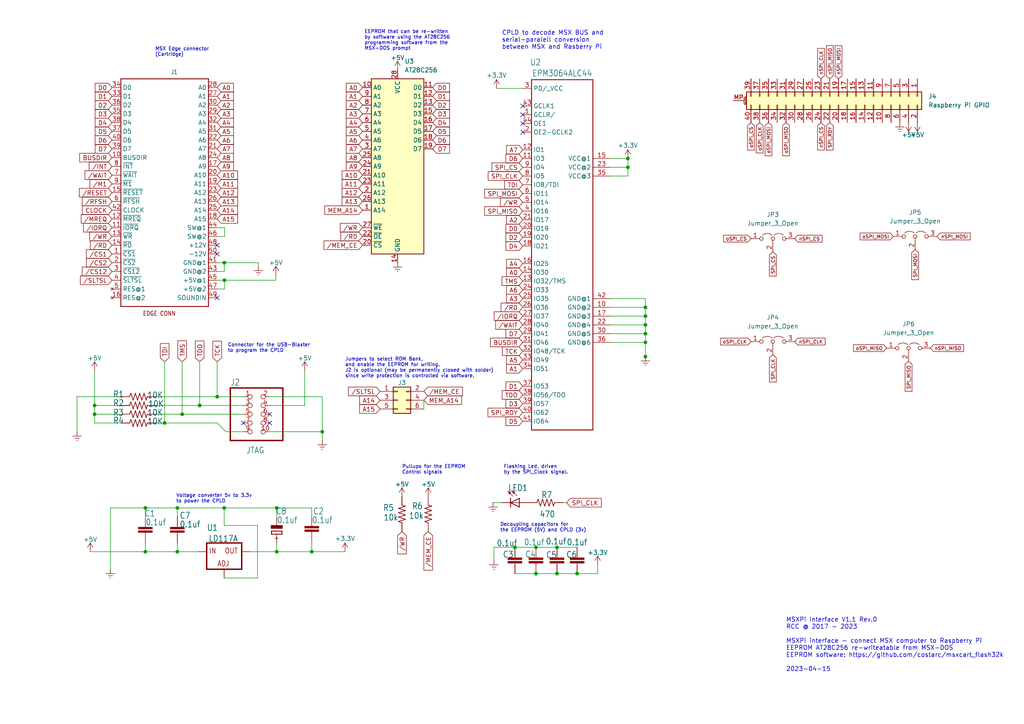
<source format=kicad_sch>
(kicad_sch (version 20211123) (generator eeschema)
  (paper "A4")
  (title_block (title "MSXPi") (date "2023-02-26") (rev "1.0.1") (company "RCC") (comment 1 "Interface to connect MSX computers to Raspberry Pi"))
  (lib_symbols
    (symbol "Connector_Generic:Conn_02x03_Odd_Even" (pin_names (offset 1.016) hide)
      (property "Reference" "J" (at 1.27 5.08 0))
      (property "Value" "Conn_02x03_Odd_Even" (at 1.27 -5.08 0))
      (symbol "Conn_02x03_Odd_Even_1_1"
        (pin passive line (at -5.08 2.54 0) (length 3.81) (name "Pin_1") (number "1"))
        (pin passive line (at 7.62 2.54 180) (length 3.81) (name "Pin_2") (number "2"))
        (pin passive line (at -5.08 0 0) (length 3.81) (name "Pin_3") (number "3"))
        (pin passive line (at 7.62 0 180) (length 3.81) (name "Pin_4") (number "4"))
        (pin passive line (at -5.08 -2.54 0) (length 3.81) (name "Pin_5") (number "5"))
        (pin passive line (at 7.62 -2.54 180) (length 3.81) (name "Pin_6") (number "6"))
      )
    )
    (symbol "Connector_Generic_MountingPin:Conn_02x20_Odd_Even_MountingPin" (pin_names (offset 1.016) hide)
      (property "Reference" "J" (at 1.27 25.4 0))
      (property "Value" "Conn_02x20_Odd_Even_MountingPin" (at 2.54 -27.94 0))
      (symbol "Conn_02x20_Odd_Even_MountingPin_1_1"
        (text "Mounting" (at 1.27 -27.051 0) (effects (font (size 0.381 0.381))))
        (pin passive line (at -5.08 22.86 0) (length 3.81) (name "Pin_1") (number "1"))
        (pin passive line (at 7.62 12.7 180) (length 3.81) (name "Pin_10") (number "10"))
        (pin passive line (at -5.08 10.16 0) (length 3.81) (name "Pin_11") (number "11"))
        (pin passive line (at 7.62 10.16 180) (length 3.81) (name "Pin_12") (number "12"))
        (pin passive line (at -5.08 7.62 0) (length 3.81) (name "Pin_13") (number "13"))
        (pin passive line (at 7.62 7.62 180) (length 3.81) (name "Pin_14") (number "14"))
        (pin passive line (at -5.08 5.08 0) (length 3.81) (name "Pin_15") (number "15"))
        (pin passive line (at 7.62 5.08 180) (length 3.81) (name "Pin_16") (number "16"))
        (pin passive line (at -5.08 2.54 0) (length 3.81) (name "Pin_17") (number "17"))
        (pin passive line (at 7.62 2.54 180) (length 3.81) (name "Pin_18") (number "18"))
        (pin passive line (at -5.08 0 0) (length 3.81) (name "Pin_19") (number "19"))
        (pin passive line (at 7.62 22.86 180) (length 3.81) (name "Pin_2") (number "2"))
        (pin passive line (at 7.62 0 180) (length 3.81) (name "Pin_20") (number "20"))
        (pin passive line (at -5.08 -2.54 0) (length 3.81) (name "Pin_21") (number "21"))
        (pin passive line (at 7.62 -2.54 180) (length 3.81) (name "Pin_22") (number "22"))
        (pin passive line (at -5.08 -5.08 0) (length 3.81) (name "Pin_23") (number "23"))
        (pin passive line (at 7.62 -5.08 180) (length 3.81) (name "Pin_24") (number "24"))
        (pin passive line (at -5.08 -7.62 0) (length 3.81) (name "Pin_25") (number "25"))
        (pin passive line (at 7.62 -7.62 180) (length 3.81) (name "Pin_26") (number "26"))
        (pin passive line (at -5.08 -10.16 0) (length 3.81) (name "Pin_27") (number "27"))
        (pin passive line (at 7.62 -10.16 180) (length 3.81) (name "Pin_28") (number "28"))
        (pin passive line (at -5.08 -12.7 0) (length 3.81) (name "Pin_29") (number "29"))
        (pin passive line (at -5.08 20.32 0) (length 3.81) (name "Pin_3") (number "3"))
        (pin passive line (at 7.62 -12.7 180) (length 3.81) (name "Pin_30") (number "30"))
        (pin passive line (at -5.08 -15.24 0) (length 3.81) (name "Pin_31") (number "31"))
        (pin passive line (at 7.62 -15.24 180) (length 3.81) (name "Pin_32") (number "32"))
        (pin passive line (at -5.08 -17.78 0) (length 3.81) (name "Pin_33") (number "33"))
        (pin passive line (at 7.62 -17.78 180) (length 3.81) (name "Pin_34") (number "34"))
        (pin passive line (at -5.08 -20.32 0) (length 3.81) (name "Pin_35") (number "35"))
        (pin passive line (at 7.62 -20.32 180) (length 3.81) (name "Pin_36") (number "36"))
        (pin passive line (at -5.08 -22.86 0) (length 3.81) (name "Pin_37") (number "37"))
        (pin passive line (at 7.62 -22.86 180) (length 3.81) (name "Pin_38") (number "38"))
        (pin passive line (at -5.08 -25.4 0) (length 3.81) (name "Pin_39") (number "39"))
        (pin passive line (at 7.62 20.32 180) (length 3.81) (name "Pin_4") (number "4"))
        (pin passive line (at 7.62 -25.4 180) (length 3.81) (name "Pin_40") (number "40"))
        (pin passive line (at -5.08 17.78 0) (length 3.81) (name "Pin_5") (number "5"))
        (pin passive line (at 7.62 17.78 180) (length 3.81) (name "Pin_6") (number "6"))
        (pin passive line (at -5.08 15.24 0) (length 3.81) (name "Pin_7") (number "7"))
        (pin passive line (at 7.62 15.24 180) (length 3.81) (name "Pin_8") (number "8"))
        (pin passive line (at -5.08 12.7 0) (length 3.81) (name "Pin_9") (number "9"))
        (pin passive line (at 1.27 -30.48 90) (length 3.048) (name "MountPin") (number "MP"))
      )
    )
    (symbol "Jumper:Jumper_3_Open" (pin_names (offset 0) hide)
      (property "Reference" "JP" (at -2.54 -2.54 0))
      (property "Value" "Jumper_3_Open" (at 0 2.794 0))
      (symbol "Jumper_3_Open_1_1"
        (pin passive line (at -6.35 0 0) (length 2.54) (name "A") (number "1"))
        (pin passive line (at 0 -3.81 90) (length 2.54) (name "C") (number "2"))
        (pin passive line (at 6.35 0 180) (length 2.54) (name "B") (number "3"))
      )
    )
    (symbol "Memory_EEPROM:28C256"
      (property "Reference" "U" (at -7.62 26.67 0))
      (property "Value" "28C256" (at 2.54 -26.67 0))
      (symbol "28C256_1_1"
        (pin input line (at -10.16 -12.7 0) (length 2.54) (name "A14") (number "1"))
        (pin input line (at -10.16 22.86 0) (length 2.54) (name "A0") (number "10"))
        (pin tri_state line (at 10.16 22.86 180) (length 2.54) (name "D0") (number "11"))
        (pin tri_state line (at 10.16 20.32 180) (length 2.54) (name "D1") (number "12"))
        (pin tri_state line (at 10.16 17.78 180) (length 2.54) (name "D2") (number "13"))
        (pin power_in line (at 0 -27.94 90) (length 2.54) (name "GND") (number "14"))
        (pin tri_state line (at 10.16 15.24 180) (length 2.54) (name "D3") (number "15"))
        (pin tri_state line (at 10.16 12.7 180) (length 2.54) (name "D4") (number "16"))
        (pin tri_state line (at 10.16 10.16 180) (length 2.54) (name "D5") (number "17"))
        (pin tri_state line (at 10.16 7.62 180) (length 2.54) (name "D6") (number "18"))
        (pin tri_state line (at 10.16 5.08 180) (length 2.54) (name "D7") (number "19"))
        (pin input line (at -10.16 -7.62 0) (length 2.54) (name "A12") (number "2"))
        (pin input line (at -10.16 -22.86 0) (length 2.54) (name "~{CS}") (number "20"))
        (pin input line (at -10.16 -2.54 0) (length 2.54) (name "A10") (number "21"))
        (pin input line (at -10.16 -20.32 0) (length 2.54) (name "~{OE}") (number "22"))
        (pin input line (at -10.16 -5.08 0) (length 2.54) (name "A11") (number "23"))
        (pin input line (at -10.16 0 0) (length 2.54) (name "A9") (number "24"))
        (pin input line (at -10.16 2.54 0) (length 2.54) (name "A8") (number "25"))
        (pin input line (at -10.16 -10.16 0) (length 2.54) (name "A13") (number "26"))
        (pin input line (at -10.16 -17.78 0) (length 2.54) (name "~{WE}") (number "27"))
        (pin power_in line (at 0 27.94 270) (length 2.54) (name "VCC") (number "28"))
        (pin input line (at -10.16 5.08 0) (length 2.54) (name "A7") (number "3"))
        (pin input line (at -10.16 7.62 0) (length 2.54) (name "A6") (number "4"))
        (pin input line (at -10.16 10.16 0) (length 2.54) (name "A5") (number "5"))
        (pin input line (at -10.16 12.7 0) (length 2.54) (name "A4") (number "6"))
        (pin input line (at -10.16 15.24 0) (length 2.54) (name "A3") (number "7"))
        (pin input line (at -10.16 17.78 0) (length 2.54) (name "A2") (number "8"))
        (pin input line (at -10.16 20.32 0) (length 2.54) (name "A1") (number "9"))
      )
    )
    (symbol "msxpi-eagle-import:C2,5-3"
      (property "Reference" "C" (at 1.524 0.381 0))
      (property "Value" "C2,5-3" (at 1.524 -4.699 0))
      (symbol "C2,5-3_1_0"
        (pin passive line (at 0 2.54 270) (length 2.54) (name "1") (number "1"))
        (pin passive line (at 0 -5.08 90) (length 2.54) (name "2") (number "2"))
      )
    )
    (symbol "msxpi-eagle-import:CPOL-EUE2.5-5"
      (property "Reference" "C" (at 1.143 0.4826 0))
      (property "Value" "CPOL-EUE2.5-5" (at 1.143 -4.5974 0))
      (symbol "CPOL-EUE2.5-5_1_0"
        (text "+" (at -0.5842 0.4064 900) (effects (font (size 1.27 1.0795)) (justify left bottom)))
        (pin passive line (at 0 2.54 270) (length 2.54) (name "+") (number "+"))
        (pin passive line (at 0 -5.08 90) (length 2.54) (name "-") (number "-"))
      )
    )
    (symbol "msxpi-eagle-import:EPM3064S44"
      (property "Reference" "IC" (at -10.16 52.07 0))
      (property "Value" "EPM3064S44" (at -10.16 -53.34 0))
      (symbol "EPM3064S44_1_0"
        (pin input line (at -12.7 40.64 0) (length 2.54) (name "GCLR/") (number "1"))
        (pin bidirectional line (at 12.7 -15.24 180) (length 5.08) (name "GND@2") (number "10"))
        (pin bidirectional line (at -12.7 27.94 0) (length 2.54) (name "IO3") (number "11"))
        (pin bidirectional line (at -12.7 30.48 0) (length 2.54) (name "IO1") (number "12"))
        (pin bidirectional line (at -12.7 -7.62 0) (length 2.54) (name "IO32/TMS") (number "13"))
        (pin bidirectional line (at -12.7 -5.08 0) (length 2.54) (name "IO30") (number "14"))
        (pin bidirectional line (at 12.7 27.94 180) (length 5.08) (name "VCC@1") (number "15"))
        (pin bidirectional line (at -12.7 -2.54 0) (length 2.54) (name "IO25") (number "16"))
        (pin bidirectional line (at 12.7 -17.78 180) (length 5.08) (name "GND@3") (number "17"))
        (pin bidirectional line (at -12.7 2.54 0) (length 2.54) (name "IO21") (number "18"))
        (pin bidirectional line (at -12.7 5.08 0) (length 2.54) (name "IO20") (number "19"))
        (pin input line (at -12.7 35.56 0) (length 2.54) (name "OE2-GCLK2") (number "2"))
        (pin bidirectional line (at -12.7 7.62 0) (length 2.54) (name "IO19") (number "20"))
        (pin bidirectional line (at -12.7 10.16 0) (length 2.54) (name "IO17") (number "21"))
        (pin bidirectional line (at 12.7 -20.32 180) (length 5.08) (name "GND@4") (number "22"))
        (pin bidirectional line (at 12.7 25.4 180) (length 5.08) (name "VCC@2") (number "23"))
        (pin bidirectional line (at -12.7 -10.16 0) (length 2.54) (name "IO33") (number "24"))
        (pin bidirectional line (at -12.7 -12.7 0) (length 2.54) (name "IO35") (number "25"))
        (pin bidirectional line (at -12.7 -15.24 0) (length 2.54) (name "IO36") (number "26"))
        (pin bidirectional line (at -12.7 -17.78 0) (length 2.54) (name "IO37") (number "27"))
        (pin bidirectional line (at -12.7 -20.32 0) (length 2.54) (name "IO40") (number "28"))
        (pin bidirectional line (at -12.7 -22.86 0) (length 2.54) (name "IO41") (number "29"))
        (pin passive line (at -12.7 48.26 0) (length 2.54) (name "PD/_VCC") (number "3"))
        (pin bidirectional line (at 12.7 -22.86 180) (length 5.08) (name "GND@5") (number "30"))
        (pin bidirectional line (at -12.7 -25.4 0) (length 2.54) (name "IO46") (number "31"))
        (pin bidirectional line (at -12.7 -27.94 0) (length 2.54) (name "IO48/TCK") (number "32"))
        (pin bidirectional line (at -12.7 -30.48 0) (length 2.54) (name "IO49") (number "33"))
        (pin bidirectional line (at -12.7 -33.02 0) (length 2.54) (name "IO51") (number "34"))
        (pin bidirectional line (at 12.7 22.86 180) (length 5.08) (name "VCC@3") (number "35"))
        (pin bidirectional line (at 12.7 -25.4 180) (length 5.08) (name "GND@6") (number "36"))
        (pin bidirectional line (at -12.7 -38.1 0) (length 2.54) (name "IO53") (number "37"))
        (pin bidirectional line (at -12.7 -40.64 0) (length 2.54) (name "IO56/TDO") (number "38"))
        (pin bidirectional line (at -12.7 -43.18 0) (length 2.54) (name "IO57") (number "39"))
        (pin bidirectional line (at -12.7 12.7 0) (length 2.54) (name "IO16") (number "4"))
        (pin bidirectional line (at -12.7 -45.72 0) (length 2.54) (name "IO62") (number "40"))
        (pin bidirectional line (at -12.7 -48.26 0) (length 2.54) (name "IO64") (number "41"))
        (pin bidirectional line (at 12.7 -12.7 180) (length 5.08) (name "GND@1") (number "42"))
        (pin input line (at -12.7 43.18 0) (length 2.54) (name "GCLK1") (number "43"))
        (pin input line (at -12.7 38.1 0) (length 2.54) (name "OE1") (number "44"))
        (pin bidirectional line (at -12.7 15.24 0) (length 2.54) (name "IO14") (number "5"))
        (pin bidirectional line (at -12.7 17.78 0) (length 2.54) (name "IO11") (number "6"))
        (pin bidirectional line (at -12.7 20.32 0) (length 2.54) (name "IO8/TDI") (number "7"))
        (pin bidirectional line (at -12.7 22.86 0) (length 2.54) (name "IO5") (number "8"))
        (pin bidirectional line (at -12.7 25.4 0) (length 2.54) (name "IO4") (number "9"))
      )
    )
    (symbol "msxpi-eagle-import:LD117A?V"
      (property "Reference" "IC" (at 2.54 -7.62 0))
      (property "Value" "LD117A?V" (at 2.54 -10.16 0))
      (symbol "LD117A?V_1_0"
        (text "ADJ" (at -2.032 -4.318 0) (effects (font (size 1.524 1.2954)) (justify left bottom)))
        (text "IN" (at -4.445 -0.635 0) (effects (font (size 1.524 1.2954)) (justify left bottom)))
        (text "OUT" (at 0.127 -0.635 0) (effects (font (size 1.524 1.2954)) (justify left bottom)))
        (pin input line (at 0 -7.62 90) (length 2.54) (name "ADJ") (number "1"))
        (pin passive line (at 7.62 0 180) (length 2.54) (name "OUT") (number "2"))
        (pin input line (at -7.62 0 0) (length 2.54) (name "IN") (number "3"))
      )
    )
    (symbol "msxpi-eagle-import:LED3MM"
      (property "Reference" "LED" (at 3.556 -4.572 90))
      (property "Value" "LED3MM" (at 5.715 -4.572 90))
      (symbol "LED3MM_1_0"
        (pin passive line (at 0 2.54 270) (length 2.54) (name "A") (number "A"))
        (pin passive line (at 0 -5.08 90) (length 2.54) (name "C") (number "K"))
      )
    )
    (symbol "msxpi-eagle-import:MSXCART1"
      (property "Reference" "JP" (at -3.81 34.29 0))
      (symbol "MSXCART1_1_0"
        (text "EDGE CONN" (at 6.35 -34.29 0) (effects (font (size 1.27 1.0795)) (justify right top)))
        (pin output line (at 15.24 -17.78 180) (length 2.54) (name "~{CS1}") (number "1"))
        (pin input line (at 15.24 10.16 180) (length 2.54) (name "BUSDIR") (number "10"))
        (pin output line (at 15.24 -10.16 180) (length 2.54) (name "~{IORQ}") (number "11"))
        (pin output line (at 15.24 -7.62 180) (length 2.54) (name "~{MREQ}") (number "12"))
        (pin output line (at 15.24 -12.7 180) (length 2.54) (name "~{WR}") (number "13"))
        (pin output line (at 15.24 -15.24 180) (length 2.54) (name "~{RD}") (number "14"))
        (pin output line (at 15.24 0 180) (length 2.54) (name "~{RESET}") (number "15"))
        (pin no_connect line (at 15.24 -30.48 180) (length 2.54) (name "RES@2") (number "16"))
        (pin output line (at -15.24 7.62 0) (length 2.54) (name "A9") (number "17"))
        (pin output line (at -15.24 -7.62 0) (length 2.54) (name "A15") (number "18"))
        (pin output line (at -15.24 2.54 0) (length 2.54) (name "A11") (number "19"))
        (pin output line (at 15.24 -20.32 180) (length 2.54) (name "~{CS2}") (number "2"))
        (pin output line (at -15.24 5.08 0) (length 2.54) (name "A10") (number "20"))
        (pin output line (at -15.24 12.7 0) (length 2.54) (name "A7") (number "21"))
        (pin output line (at -15.24 15.24 0) (length 2.54) (name "A6") (number "22"))
        (pin output line (at -15.24 0 0) (length 2.54) (name "A12") (number "23"))
        (pin output line (at -15.24 10.16 0) (length 2.54) (name "A8") (number "24"))
        (pin output line (at -15.24 -5.08 0) (length 2.54) (name "A14") (number "25"))
        (pin output line (at -15.24 -2.54 0) (length 2.54) (name "A13") (number "26"))
        (pin output line (at -15.24 27.94 0) (length 2.54) (name "A1") (number "27"))
        (pin output line (at -15.24 30.48 0) (length 2.54) (name "A0") (number "28"))
        (pin output line (at -15.24 22.86 0) (length 2.54) (name "A3") (number "29"))
        (pin output line (at 15.24 -22.86 180) (length 2.54) (name "~{CS12}") (number "3"))
        (pin output line (at -15.24 25.4 0) (length 2.54) (name "A2") (number "30"))
        (pin output line (at -15.24 17.78 0) (length 2.54) (name "A5") (number "31"))
        (pin output line (at -15.24 20.32 0) (length 2.54) (name "A4") (number "32"))
        (pin bidirectional line (at 15.24 27.94 180) (length 2.54) (name "D1") (number "33"))
        (pin bidirectional line (at 15.24 30.48 180) (length 2.54) (name "D0") (number "34"))
        (pin bidirectional line (at 15.24 22.86 180) (length 2.54) (name "D3") (number "35"))
        (pin bidirectional line (at 15.24 25.4 180) (length 2.54) (name "D2") (number "36"))
        (pin bidirectional line (at 15.24 17.78 180) (length 2.54) (name "D5") (number "37"))
        (pin bidirectional line (at 15.24 20.32 180) (length 2.54) (name "D4") (number "38"))
        (pin bidirectional line (at 15.24 12.7 180) (length 2.54) (name "D7") (number "39"))
        (pin output line (at 15.24 -25.4 180) (length 2.54) (name "~{SLTSL}") (number "4"))
        (pin bidirectional line (at 15.24 15.24 180) (length 2.54) (name "D6") (number "40"))
        (pin power_in line (at -15.24 -20.32 0) (length 2.54) (name "GND@1") (number "41"))
        (pin output line (at 15.24 -5.08 180) (length 2.54) (name "CLOCK") (number "42"))
        (pin power_in line (at -15.24 -22.86 0) (length 2.54) (name "GND@2") (number "43"))
        (pin passive line (at -15.24 -10.16 0) (length 2.54) (name "SW@1") (number "44"))
        (pin power_in line (at -15.24 -25.4 0) (length 2.54) (name "+5V@1") (number "45"))
        (pin passive line (at -15.24 -12.7 0) (length 2.54) (name "SW@2") (number "46"))
        (pin power_in line (at -15.24 -27.94 0) (length 2.54) (name "+5V@2") (number "47"))
        (pin power_in line (at -15.24 -15.24 0) (length 2.54) (name "+12V") (number "48"))
        (pin passive line (at -15.24 -30.48 0) (length 2.54) (name "SOUNDIN") (number "49"))
        (pin no_connect line (at 15.24 -27.94 180) (length 2.54) (name "RES@1") (number "5"))
        (pin power_in line (at -15.24 -17.78 0) (length 2.54) (name "-12V") (number "50"))
        (pin output line (at 15.24 -2.54 180) (length 2.54) (name "~{RFSH}") (number "6"))
        (pin open_collector line (at 15.24 5.08 180) (length 2.54) (name "~{WAIT}") (number "7"))
        (pin open_collector line (at 15.24 7.62 180) (length 2.54) (name "~{INT}") (number "8"))
        (pin output line (at 15.24 2.54 180) (length 2.54) (name "~{M1}") (number "9"))
      )
    )
    (symbol "msxpi-eagle-import:PINHD-2X5{slash}90"
      (property "Reference" "JP" (at -6.35 8.255 0))
      (property "Value" "PINHD-2X5{slash}90" (at -6.35 -10.16 0))
      (symbol "PINHD-2X5{slash}90_1_0"
        (pin passive inverted (at -2.54 5.08 0) (length 2.54) (name "1") (number "1"))
        (pin passive inverted (at 5.08 -5.08 180) (length 2.54) (name "10") (number "10"))
        (pin passive inverted (at 5.08 5.08 180) (length 2.54) (name "2") (number "2"))
        (pin passive inverted (at -2.54 2.54 0) (length 2.54) (name "3") (number "3"))
        (pin passive inverted (at 5.08 2.54 180) (length 2.54) (name "4") (number "4"))
        (pin passive inverted (at -2.54 0 0) (length 2.54) (name "5") (number "5"))
        (pin passive inverted (at 5.08 0 180) (length 2.54) (name "6") (number "6"))
        (pin passive inverted (at -2.54 -2.54 0) (length 2.54) (name "7") (number "7"))
        (pin passive inverted (at 5.08 -2.54 180) (length 2.54) (name "8") (number "8"))
        (pin passive inverted (at -2.54 -5.08 0) (length 2.54) (name "9") (number "9"))
      )
    )
    (symbol "msxpi-eagle-import:R-US_0207{slash}7"
      (property "Reference" "R" (at -3.81 1.4986 0))
      (property "Value" "R-US_0207{slash}7" (at -3.81 -3.302 0))
      (symbol "R-US_0207{slash}7_1_0"
        (pin passive line (at -5.08 0 0) (length 2.54) (name "1") (number "1"))
        (pin passive line (at 5.08 0 180) (length 2.54) (name "2") (number "2"))
      )
    )
    (symbol "power:+3.3V" (power) (pin_names (offset 0))
      (property "Value" "+3.3V" (at 0 3.556 0))
      (symbol "+3.3V_1_1"
        (pin power_in line (at 0 0 90) (length 0) hide (name "+3.3V") (number "1"))
      )
    )
    (symbol "power:+5V" (power) (pin_names (offset 0))
      (property "Value" "+5V" (at 0 3.556 0))
      (symbol "+5V_1_1"
        (pin power_in line (at 0 0 90) (length 0) hide (name "+5V") (number "1"))
      )
    )
    (symbol "power:GNDREF" (power) (pin_names (offset 0))
      (property "Value" "GNDREF" (at 0 -3.81 0))
      (symbol "GNDREF_1_1"
        (pin power_in line (at 0 0 270) (length 0) hide (name "GNDREF") (number "1"))
      )
    )
  )
  (junction (at 65.0929 81.28))
  (junction (at 65.0478 76.2))
  (junction (at 47.752 122.682))
  (junction (at 187.198 96.774))
  (junction (at 161.544 158.75))
  (junction (at 187.1979 103.4362))
  (junction (at 90.424 160.02))
  (junction (at 52.832 120.142))
  (junction (at 182.118 48.514))
  (junction (at 80.264 147.32))
  (junction (at 155.448 158.75))
  (junction (at 42.164 160.02))
  (junction (at 182.1041 45.974))
  (junction (at 187.198 89.154))
  (junction (at 155.448 166.37))
  (junction (at 187.198 91.694))
  (junction (at 93.472 125.222))
  (junction (at 27.432 117.602))
  (junction (at 51.435 147.32))
  (junction (at 27.432 120.142))
  (junction (at 149.352 158.75))
  (junction (at 167.386 166.37))
  (junction (at 62.992 115.062))
  (junction (at 57.912 117.602))
  (junction (at 161.544 166.37))
  (junction (at 187.198 94.234))
  (junction (at 80.264 160.02))
  (junction (at 42.164 147.32))
  (junction (at 65.024 147.32))
  (junction (at 51.435 160.02))
  (junction (at 187.198 99.314))
  (no_connect (at 151.638 38.354))
  (no_connect (at 151.638 35.814))
  (no_connect (at 151.638 33.274))
  (no_connect (at 151.638 30.734))
  (no_connect (at 62.992 86.36))
  (no_connect (at 62.992 73.66))
  (no_connect (at 62.992 71.12))
  (no_connect (at 78.232 120.142))
  (no_connect (at 78.232 122.682))
  (no_connect (at 70.612 122.682))
  (wire (pts (xy 65.0929 81.28) (xy 80.01 81.28)))
  (wire (pts (xy 32.004 147.32) (xy 32.004 165.1)))
  (wire (pts (xy 27.432 122.682) (xy 27.432 120.142)))
  (wire (pts (xy 74.676 167.64) (xy 65.024 167.64)))
  (wire (pts (xy 78.232 125.222) (xy 93.472 125.222)))
  (wire (pts (xy 187.198 99.314) (xy 187.198 103.4362)))
  (wire (pts (xy 80.264 149.86) (xy 80.264 147.32)))
  (wire (pts (xy 35.052 120.142) (xy 27.432 120.142)))
  (wire (pts (xy 177.038 89.154) (xy 187.198 89.154)))
  (wire (pts (xy 78.232 117.602) (xy 88.392 117.602)))
  (wire (pts (xy 62.992 122.682) (xy 47.752 122.682)))
  (wire (pts (xy 65.024 147.32) (xy 65.024 152.4)))
  (wire (pts (xy 80.264 160.02) (xy 90.424 160.02)))
  (wire (pts (xy 62.992 78.74) (xy 65.0478 78.74)))
  (wire (pts (xy 155.448 166.37) (xy 161.544 166.37)))
  (wire (pts (xy 177.038 99.314) (xy 187.198 99.314)))
  (wire (pts (xy 145.542 145.796) (xy 143.002 145.796)))
  (wire (pts (xy 42.164 149.86) (xy 42.164 147.32)))
  (wire (pts (xy 177.038 94.234) (xy 187.198 94.234)))
  (wire (pts (xy 62.992 115.062) (xy 45.212 115.062)))
  (wire (pts (xy 122.936 116.078) (xy 122.936 118.618)))
  (wire (pts (xy 52.832 120.142) (xy 52.832 104.902)))
  (wire (pts (xy 93.472 115.062) (xy 93.472 125.222)))
  (wire (pts (xy 161.544 166.37) (xy 167.386 166.37)))
  (wire (pts (xy 27.432 120.142) (xy 27.432 117.602)))
  (wire (pts (xy 42.164 157.48) (xy 42.164 160.02)))
  (wire (pts (xy 47.752 122.682) (xy 45.212 122.682)))
  (wire (pts (xy 35.052 117.602) (xy 27.432 117.602)))
  (wire (pts (xy 90.424 149.606) (xy 90.424 147.32)))
  (wire (pts (xy 80.01 81.28) (xy 80.01 79.756)))
  (wire (pts (xy 52.832 120.142) (xy 45.212 120.142)))
  (wire (pts (xy 65.0478 76.2) (xy 74.93 76.2)))
  (wire (pts (xy 93.472 125.222) (xy 93.472 127.762)))
  (wire (pts (xy 187.198 86.614) (xy 187.198 89.154)))
  (wire (pts (xy 57.912 117.602) (xy 45.212 117.602)))
  (wire (pts (xy 88.392 117.602) (xy 88.392 107.442)))
  (wire (pts (xy 22.352 115.062) (xy 22.352 125.222)))
  (wire (pts (xy 74.93 76.2) (xy 74.93 77.216)))
  (wire (pts (xy 72.644 160.02) (xy 80.264 160.02)))
  (wire (pts (xy 161.544 158.75) (xy 167.386 158.75)))
  (wire (pts (xy 35.052 122.682) (xy 27.432 122.682)))
  (wire (pts (xy 90.424 157.226) (xy 90.424 160.02)))
  (wire (pts (xy 65.0929 83.82) (xy 65.0929 81.28)))
  (wire (pts (xy 57.912 117.602) (xy 57.912 104.902)))
  (wire (pts (xy 62.992 115.062) (xy 62.992 104.902)))
  (wire (pts (xy 143.256 162.56) (xy 143.256 158.75)))
  (wire (pts (xy 90.424 160.02) (xy 100.076 160.02)))
  (wire (pts (xy 51.435 147.32) (xy 51.435 149.86)))
  (wire (pts (xy 151.638 25.654) (xy 144.018 25.654)))
  (wire (pts (xy 62.992 76.2) (xy 65.0478 76.2)))
  (wire (pts (xy 62.992 83.82) (xy 65.0929 83.82)))
  (wire (pts (xy 42.164 160.02) (xy 51.435 160.02)))
  (wire (pts (xy 70.612 120.142) (xy 52.832 120.142)))
  (wire (pts (xy 177.038 48.514) (xy 182.118 48.514)))
  (wire (pts (xy 74.676 152.4) (xy 74.676 167.64)))
  (wire (pts (xy 155.448 158.75) (xy 161.544 158.75)))
  (wire (pts (xy 65.1384 66.04) (xy 65.1384 68.58)))
  (wire (pts (xy 80.264 147.32) (xy 65.024 147.32)))
  (wire (pts (xy 167.386 166.37) (xy 173.355 166.37)))
  (wire (pts (xy 65.0478 78.74) (xy 65.0478 76.2)))
  (wire (pts (xy 70.612 125.222) (xy 65.532 125.222)))
  (wire (pts (xy 47.752 122.682) (xy 47.752 104.902)))
  (wire (pts (xy 182.1041 45.974) (xy 177.038 45.974)))
  (wire (pts (xy 62.992 66.04) (xy 65.1384 66.04)))
  (wire (pts (xy 62.992 81.28) (xy 65.0929 81.28)))
  (wire (pts (xy 80.264 157.48) (xy 80.264 160.02)))
  (wire (pts (xy 65.024 152.4) (xy 74.676 152.4)))
  (wire (pts (xy 182.118 45.974) (xy 182.1041 45.974)))
  (wire (pts (xy 163.322 145.796) (xy 164.338 145.796)))
  (wire (pts (xy 78.232 115.062) (xy 93.472 115.062)))
  (wire (pts (xy 173.355 166.37) (xy 173.355 163.83)))
  (wire (pts (xy 187.198 96.774) (xy 187.198 99.314)))
  (wire (pts (xy 26.162 160.02) (xy 42.164 160.02)))
  (wire (pts (xy 70.612 115.062) (xy 62.992 115.062)))
  (wire (pts (xy 182.118 51.054) (xy 182.118 48.514)))
  (wire (pts (xy 27.432 117.602) (xy 27.432 107.442)))
  (wire (pts (xy 177.038 96.774) (xy 187.198 96.774)))
  (wire (pts (xy 42.164 147.32) (xy 51.435 147.32)))
  (wire (pts (xy 177.038 86.614) (xy 187.198 86.614)))
  (wire (pts (xy 177.038 91.694) (xy 187.198 91.694)))
  (wire (pts (xy 65.1384 68.58) (xy 62.992 68.58)))
  (wire (pts (xy 187.198 94.234) (xy 187.198 96.774)))
  (wire (pts (xy 187.198 91.694) (xy 187.198 94.234)))
  (wire (pts (xy 187.198 103.4362) (xy 187.1979 103.4362)))
  (wire (pts (xy 177.038 51.054) (xy 182.118 51.054)))
  (wire (pts (xy 90.424 147.32) (xy 80.264 147.32)))
  (wire (pts (xy 149.352 166.37) (xy 155.448 166.37)))
  (wire (pts (xy 35.052 115.062) (xy 22.352 115.062)))
  (wire (pts (xy 51.435 160.02) (xy 57.404 160.02)))
  (wire (pts (xy 182.118 48.514) (xy 182.118 45.974)))
  (wire (pts (xy 65.532 125.222) (xy 62.992 122.682)))
  (wire (pts (xy 51.435 157.48) (xy 51.435 160.02)))
  (wire (pts (xy 42.164 147.32) (xy 32.004 147.32)))
  (wire (pts (xy 70.612 117.602) (xy 57.912 117.602)))
  (wire (pts (xy 51.435 147.32) (xy 65.024 147.32)))
  (wire (pts (xy 143.256 158.75) (xy 149.352 158.75)))
  (wire (pts (xy 187.198 89.154) (xy 187.198 91.694)))
  (wire (pts (xy 149.352 158.75) (xy 155.448 158.75)))
  (text "Decoupling capacitors for\nthe EEPROM (5V) and CPLD (3v)" (at 145.034 154.432 0) (effects (font (size 1 1)) (justify left bottom)))
  (text "Flashing Led, driven \nby the SPI_Clock signal." (at 146.05 137.668 0) (effects (font (size 1 1)) (justify left bottom)))
  (text "Jumpers to select ROM Bank,\nand enable the EEPROM for writing.\nJ2 is optional (may be permanently closed with solder)\nsince write protection is controlled via software.\n" (at 100.076 109.728 0) (effects (font (size 1 1)) (justify left bottom)))
  (text "EEPROM that can be re-written \nby software using the AT28C256 \nprogramming software from the \nMSX-DOS prompt" (at 105.664 14.732 0) (effects (font (size 1 1)) (justify left bottom)))
  (text "Pullups for the EEPROM\nControl signals" (at 116.586 137.668 0) (effects (font (size 1 1)) (justify left bottom)))
  (text "MSXPi Interface V1.1 Rev.0\nRCC @ 2017 - 2023\n\nMSXPi interface - connect MSX computer to Raspberry Pi\nEEPROM AT28C256 re-writeatable from MSX-DOS\nEEPROM software: https://github.com/costarc/msxcart_flash32k\n\n2023-04-15" (at 227.965 194.945 0) (effects (font (size 1.27 1.27)) (justify left bottom)))
  (text "MSX Edge connector\n(Cartridge)" (at 44.958 16.51 0) (effects (font (size 1 1)) (justify left bottom)))
  (text "Connector for the USB-Blaster\nto program the CPLD" (at 66.04 102.362 0) (effects (font (size 1 1)) (justify left bottom)))
  (text "Voltage converter 5v to 3.3v\nto power the CPLD" (at 51.054 146.05 0) (effects (font (size 1 1)) (justify left bottom)))
  (text "CPLD to decode MSX BUS and\nserial-paralell conversion\nbetween MSX and Rasberry Pi" (at 145.542 14.478 0) (effects (font (size 1.27 1.27)) (justify left bottom)))
  (global_label "SPI_CS" (shape input) (at 151.638 48.514 180) (property "Intersheet References" "${INTERSHEET_REFS}" (effects hide)))
  (global_label "TMS" (shape input) (at 151.638 81.534 180) (property "Intersheet References" "${INTERSHEET_REFS}" (effects hide)))
  (global_label "A11" (shape input) (at 62.992 53.34 0) (property "Intersheet References" "${INTERSHEET_REFS}" (effects hide)))
  (global_label "D6" (shape input) (at 151.638 45.974 180) (property "Intersheet References" "${INTERSHEET_REFS}" (effects hide)))
  (global_label "{slash}RD" (shape input) (at 151.638 89.154 180) (property "Intersheet References" "${INTERSHEET_REFS}" (effects hide)))
  (global_label "A6" (shape input) (at 62.992 40.64 0) (property "Intersheet References" "${INTERSHEET_REFS}" (effects hide)))
  (global_label "D5" (shape input) (at 125.476 38.1 0) (property "Intersheet References" "${INTERSHEET_REFS}" (effects hide)))
  (global_label "D4" (shape input) (at 125.476 35.56 0) (property "Intersheet References" "${INTERSHEET_REFS}" (effects hide)))
  (global_label "{slash}CS1" (shape input) (at 32.512 73.66 180) (property "Intersheet References" "${INTERSHEET_REFS}" (effects hide)))
  (global_label "A0" (shape input) (at 151.638 78.994 180) (property "Intersheet References" "${INTERSHEET_REFS}" (effects hide)))
  (global_label "A2" (shape input) (at 151.638 63.754 180) (property "Intersheet References" "${INTERSHEET_REFS}" (effects hide)))
  (global_label "A8" (shape input) (at 105.156 45.72 180) (property "Intersheet References" "${INTERSHEET_REFS}" (effects hide)))
  (global_label "{slash}WR" (shape input) (at 151.638 58.674 180) (property "Intersheet References" "${INTERSHEET_REFS}" (effects hide)))
  (global_label "D3" (shape input) (at 32.512 33.02 180) (property "Intersheet References" "${INTERSHEET_REFS}" (effects hide)))
  (global_label "oSPI_CLK" (shape input) (at 217.805 99.06 180) (effects (font (size 1 1))) (property "Intersheet References" "${INTERSHEET_REFS}" (effects hide)))
  (global_label "A7" (shape input) (at 105.156 43.18 180) (property "Intersheet References" "${INTERSHEET_REFS}" (effects hide)))
  (global_label "D3" (shape input) (at 151.638 117.094 180) (property "Intersheet References" "${INTERSHEET_REFS}" (effects hide)))
  (global_label "D1" (shape input) (at 32.512 27.94 180) (property "Intersheet References" "${INTERSHEET_REFS}" (effects hide)))
  (global_label "nSPI_MOSI" (shape input) (at 271.78 68.58 0) (effects (font (size 1 1))) (property "Intersheet References" "${INTERSHEET_REFS}" (effects hide)))
  (global_label "SPI_MISO" (shape input) (at 151.638 61.214 180) (property "Intersheet References" "${INTERSHEET_REFS}" (effects hide)))
  (global_label "TDO" (shape input) (at 57.912 104.902 90) (property "Intersheet References" "${INTERSHEET_REFS}" (effects hide)))
  (global_label "oSPI_CS" (shape input) (at 217.805 35.56 270) (effects (font (size 1 1))) (property "Intersheet References" "${INTERSHEET_REFS}" (effects hide)))
  (global_label "D2" (shape input) (at 151.638 68.834 180) (property "Intersheet References" "${INTERSHEET_REFS}" (effects hide)))
  (global_label "A10" (shape input) (at 62.992 50.8 0) (property "Intersheet References" "${INTERSHEET_REFS}" (effects hide)))
  (global_label "{slash}RD" (shape input) (at 32.512 71.12 180) (property "Intersheet References" "${INTERSHEET_REFS}" (effects hide)))
  (global_label "A14" (shape input) (at 62.992 60.96 0) (property "Intersheet References" "${INTERSHEET_REFS}" (effects hide)))
  (global_label "{slash}WR" (shape input) (at 32.512 68.58 180) (property "Intersheet References" "${INTERSHEET_REFS}" (effects hide)))
  (global_label "A9" (shape input) (at 62.992 48.26 0) (property "Intersheet References" "${INTERSHEET_REFS}" (effects hide)))
  (global_label "D4" (shape input) (at 151.638 71.374 180) (property "Intersheet References" "${INTERSHEET_REFS}" (effects hide)))
  (global_label "nSPI_MOSI" (shape input) (at 243.205 22.86 90) (effects (font (size 1 1))) (property "Intersheet References" "${INTERSHEET_REFS}" (effects hide)))
  (global_label "A0" (shape input) (at 105.156 25.4 180) (property "Intersheet References" "${INTERSHEET_REFS}" (effects hide)))
  (global_label "A12" (shape input) (at 62.992 55.88 0) (property "Intersheet References" "${INTERSHEET_REFS}" (effects hide)))
  (global_label "{slash}RESET" (shape input) (at 32.512 55.88 180) (property "Intersheet References" "${INTERSHEET_REFS}" (effects hide)))
  (global_label "D7" (shape input) (at 125.476 43.18 0) (property "Intersheet References" "${INTERSHEET_REFS}" (effects hide)))
  (global_label "A1" (shape input) (at 105.156 27.94 180) (property "Intersheet References" "${INTERSHEET_REFS}" (effects hide)))
  (global_label "TDI" (shape input) (at 151.638 53.594 180) (property "Intersheet References" "${INTERSHEET_REFS}" (effects hide)))
  (global_label "D3" (shape input) (at 125.476 33.02 0) (property "Intersheet References" "${INTERSHEET_REFS}" (effects hide)))
  (global_label "oSPI_CLK" (shape input) (at 220.345 35.56 270) (effects (font (size 1 1))) (property "Intersheet References" "${INTERSHEET_REFS}" (effects hide)))
  (global_label "{slash}CS2" (shape input) (at 32.512 76.2 180) (property "Intersheet References" "${INTERSHEET_REFS}" (effects hide)))
  (global_label "A7" (shape input) (at 151.638 43.434 180) (property "Intersheet References" "${INTERSHEET_REFS}" (effects hide)))
  (global_label "TDI" (shape input) (at 47.752 104.902 90) (property "Intersheet References" "${INTERSHEET_REFS}" (effects hide)))
  (global_label "A3" (shape input) (at 105.156 33.02 180) (property "Intersheet References" "${INTERSHEET_REFS}" (effects hide)))
  (global_label "A8" (shape input) (at 62.992 45.72 0) (property "Intersheet References" "${INTERSHEET_REFS}" (effects hide)))
  (global_label "A0" (shape input) (at 62.992 25.4 0) (property "Intersheet References" "${INTERSHEET_REFS}" (effects hide)))
  (global_label "TCK" (shape input) (at 151.638 101.854 180) (property "Intersheet References" "${INTERSHEET_REFS}" (effects hide)))
  (global_label "{slash}WAIT" (shape input) (at 151.638 94.234 180) (property "Intersheet References" "${INTERSHEET_REFS}" (effects hide)))
  (global_label "D7" (shape input) (at 151.638 96.774 180) (property "Intersheet References" "${INTERSHEET_REFS}" (effects hide)))
  (global_label "A2" (shape input) (at 105.156 30.48 180) (property "Intersheet References" "${INTERSHEET_REFS}" (effects hide)))
  (global_label "D1" (shape input) (at 151.638 112.014 180) (property "Intersheet References" "${INTERSHEET_REFS}" (effects hide)))
  (global_label "SPI_CS" (shape input) (at 224.155 73.025 270) (effects (font (size 1 1))) (property "Intersheet References" "${INTERSHEET_REFS}" (effects hide)))
  (global_label "A13" (shape input) (at 105.156 58.42 180) (property "Intersheet References" "${INTERSHEET_REFS}" (effects hide)))
  (global_label "A1" (shape input) (at 151.638 106.934 180) (property "Intersheet References" "${INTERSHEET_REFS}" (effects hide)))
  (global_label "A7" (shape input) (at 62.992 43.18 0) (property "Intersheet References" "${INTERSHEET_REFS}" (effects hide)))
  (global_label "SPI_CLK" (shape input) (at 164.338 145.796 0) (property "Intersheet References" "${INTERSHEET_REFS}" (effects hide)))
  (global_label "SPI_RDY" (shape input) (at 240.665 35.56 270) (effects (font (size 1 1))) (property "Intersheet References" "${INTERSHEET_REFS}" (effects hide)))
  (global_label "D4" (shape input) (at 32.512 35.56 180) (property "Intersheet References" "${INTERSHEET_REFS}" (effects hide)))
  (global_label "D5" (shape input) (at 32.512 38.1 180) (property "Intersheet References" "${INTERSHEET_REFS}" (effects hide)))
  (global_label "{slash}MEM_CE" (shape input) (at 105.156 71.12 180) (property "Intersheet References" "${INTERSHEET_REFS}" (effects hide)))
  (global_label "{slash}RD" (shape input) (at 105.156 68.58 180) (property "Intersheet References" "${INTERSHEET_REFS}" (effects hide)))
  (global_label "oSPI_MISO" (shape input) (at 227.965 35.56 270) (effects (font (size 1 1))) (property "Intersheet References" "${INTERSHEET_REFS}" (effects hide)))
  (global_label "nSPI_MISO" (shape input) (at 240.665 22.86 90) (effects (font (size 1 1))) (property "Intersheet References" "${INTERSHEET_REFS}" (effects hide)))
  (global_label "SPI_CLK" (shape input) (at 151.638 51.054 180) (property "Intersheet References" "${INTERSHEET_REFS}" (effects hide)))
  (global_label "A10" (shape input) (at 105.156 50.8 180) (property "Intersheet References" "${INTERSHEET_REFS}" (effects hide)))
  (global_label "SPI_MOSI" (shape input) (at 265.43 72.39 270) (effects (font (size 1 1))) (property "Intersheet References" "${INTERSHEET_REFS}" (effects hide)))
  (global_label "CLOCK" (shape input) (at 32.512 60.96 180) (property "Intersheet References" "${INTERSHEET_REFS}" (effects hide)))
  (global_label "BUSDIR" (shape input) (at 32.512 45.72 180) (property "Intersheet References" "${INTERSHEET_REFS}" (effects hide)))
  (global_label "{slash}WR" (shape input) (at 116.586 154.178 270) (property "Intersheet References" "${INTERSHEET_REFS}" (effects hide)))
  (global_label "nSPI_CLK" (shape input) (at 238.125 22.86 90) (effects (font (size 1 1))) (property "Intersheet References" "${INTERSHEET_REFS}" (effects hide)))
  (global_label "oSPI_CS" (shape input) (at 217.805 69.215 180) (effects (font (size 1 1))) (property "Intersheet References" "${INTERSHEET_REFS}" (effects hide)))
  (global_label "SPI_MOSI" (shape input) (at 151.638 56.134 180) (property "Intersheet References" "${INTERSHEET_REFS}" (effects hide)))
  (global_label "A5" (shape input) (at 105.156 38.1 180) (property "Intersheet References" "${INTERSHEET_REFS}" (effects hide)))
  (global_label "SPI_RDY" (shape input) (at 151.638 119.634 180) (property "Intersheet References" "${INTERSHEET_REFS}" (effects hide)))
  (global_label "D2" (shape input) (at 125.476 30.48 0) (property "Intersheet References" "${INTERSHEET_REFS}" (effects hide)))
  (global_label "oSPI_MISO" (shape input) (at 257.175 100.965 180) (effects (font (size 1 1))) (property "Intersheet References" "${INTERSHEET_REFS}" (effects hide)))
  (global_label "MEM_A14" (shape input) (at 105.156 60.96 180) (property "Intersheet References" "${INTERSHEET_REFS}" (effects hide)))
  (global_label "TCK" (shape input) (at 62.992 104.902 90) (property "Intersheet References" "${INTERSHEET_REFS}" (effects hide)))
  (global_label "A4" (shape input) (at 62.992 35.56 0) (property "Intersheet References" "${INTERSHEET_REFS}" (effects hide)))
  (global_label "BUSDIR" (shape input) (at 151.638 99.314 180) (property "Intersheet References" "${INTERSHEET_REFS}" (effects hide)))
  (global_label "D0" (shape input) (at 32.512 25.4 180) (property "Intersheet References" "${INTERSHEET_REFS}" (effects hide)))
  (global_label "A15" (shape input) (at 62.992 63.5 0) (property "Intersheet References" "${INTERSHEET_REFS}" (effects hide)))
  (global_label "{slash}RFSH" (shape input) (at 32.512 58.42 180) (property "Intersheet References" "${INTERSHEET_REFS}" (effects hide)))
  (global_label "nSPI_CLK" (shape input) (at 230.505 99.06 0) (effects (font (size 1 1))) (property "Intersheet References" "${INTERSHEET_REFS}" (effects hide)))
  (global_label "{slash}INT" (shape input) (at 32.512 48.26 180) (property "Intersheet References" "${INTERSHEET_REFS}" (effects hide)))
  (global_label "oSPI_MOSI" (shape input) (at 259.08 68.58 180) (effects (font (size 1 1))) (property "Intersheet References" "${INTERSHEET_REFS}" (effects hide)))
  (global_label "TDO" (shape input) (at 151.638 114.554 180) (property "Intersheet References" "${INTERSHEET_REFS}" (effects hide)))
  (global_label "{slash}MEM_CE" (shape input) (at 124.206 154.178 270) (property "Intersheet References" "${INTERSHEET_REFS}" (effects hide)))
  (global_label "A5" (shape input) (at 62.992 38.1 0) (property "Intersheet References" "${INTERSHEET_REFS}" (effects hide)))
  (global_label "{slash}SLTSL" (shape input) (at 32.512 81.28 180) (property "Intersheet References" "${INTERSHEET_REFS}" (effects hide)))
  (global_label "{slash}WAIT" (shape input) (at 32.512 50.8 180) (property "Intersheet References" "${INTERSHEET_REFS}" (effects hide)))
  (global_label "SPI_CLK" (shape input) (at 224.155 102.87 270) (effects (font (size 1 1))) (property "Intersheet References" "${INTERSHEET_REFS}" (effects hide)))
  (global_label "MEM_A14" (shape input) (at 122.936 116.078 0) (property "Intersheet References" "${INTERSHEET_REFS}" (effects hide)))
  (global_label "A4" (shape input) (at 151.638 76.454 180) (property "Intersheet References" "${INTERSHEET_REFS}" (effects hide)))
  (global_label "A6" (shape input) (at 151.638 84.074 180) (property "Intersheet References" "${INTERSHEET_REFS}" (effects hide)))
  (global_label "D6" (shape input) (at 32.512 40.64 180) (property "Intersheet References" "${INTERSHEET_REFS}" (effects hide)))
  (global_label "D1" (shape input) (at 125.476 27.94 0) (property "Intersheet References" "${INTERSHEET_REFS}" (effects hide)))
  (global_label "A1" (shape input) (at 62.992 27.94 0) (property "Intersheet References" "${INTERSHEET_REFS}" (effects hide)))
  (global_label "A13" (shape input) (at 62.992 58.42 0) (property "Intersheet References" "${INTERSHEET_REFS}" (effects hide)))
  (global_label "A15" (shape input) (at 110.236 118.618 180) (property "Intersheet References" "${INTERSHEET_REFS}" (effects hide)))
  (global_label "nSPI_CS" (shape input) (at 230.505 69.215 0) (effects (font (size 1 1))) (property "Intersheet References" "${INTERSHEET_REFS}" (effects hide)))
  (global_label "A11" (shape input) (at 105.156 53.34 180) (property "Intersheet References" "${INTERSHEET_REFS}" (effects hide)))
  (global_label "D0" (shape input) (at 125.476 25.4 0) (property "Intersheet References" "${INTERSHEET_REFS}" (effects hide)))
  (global_label "{slash}IORQ" (shape input) (at 151.638 91.694 180) (property "Intersheet References" "${INTERSHEET_REFS}" (effects hide)))
  (global_label "D2" (shape input) (at 32.512 30.48 180) (property "Intersheet References" "${INTERSHEET_REFS}" (effects hide)))
  (global_label "A4" (shape input) (at 105.156 35.56 180) (property "Intersheet References" "${INTERSHEET_REFS}" (effects hide)))
  (global_label "{slash}SLTSL" (shape input) (at 110.236 113.538 180) (property "Intersheet References" "${INTERSHEET_REFS}" (effects hide)))
  (global_label "A3" (shape input) (at 151.638 86.614 180) (property "Intersheet References" "${INTERSHEET_REFS}" (effects hide)))
  (global_label "D7" (shape input) (at 32.512 43.18 180) (property "Intersheet References" "${INTERSHEET_REFS}" (effects hide)))
  (global_label "nSPI_MISO" (shape input) (at 269.875 100.965 0) (effects (font (size 1 1))) (property "Intersheet References" "${INTERSHEET_REFS}" (effects hide)))
  (global_label "oSPI_MOSI" (shape input) (at 222.885 35.56 270) (effects (font (size 1 1))) (property "Intersheet References" "${INTERSHEET_REFS}" (effects hide)))
  (global_label "A6" (shape input) (at 105.156 40.64 180) (property "Intersheet References" "${INTERSHEET_REFS}" (effects hide)))
  (global_label "D6" (shape input) (at 125.476 40.64 0) (property "Intersheet References" "${INTERSHEET_REFS}" (effects hide)))
  (global_label "TMS" (shape input) (at 52.832 104.902 90) (property "Intersheet References" "${INTERSHEET_REFS}" (effects hide)))
  (global_label "A12" (shape input) (at 105.156 55.88 180) (property "Intersheet References" "${INTERSHEET_REFS}" (effects hide)))
  (global_label "A3" (shape input) (at 62.992 33.02 0) (property "Intersheet References" "${INTERSHEET_REFS}" (effects hide)))
  (global_label "A2" (shape input) (at 62.992 30.48 0) (property "Intersheet References" "${INTERSHEET_REFS}" (effects hide)))
  (global_label "D0" (shape input) (at 151.638 66.294 180) (property "Intersheet References" "${INTERSHEET_REFS}" (effects hide)))
  (global_label "{slash}IORQ" (shape input) (at 32.512 66.04 180) (property "Intersheet References" "${INTERSHEET_REFS}" (effects hide)))
  (global_label "{slash}WR" (shape input) (at 105.156 66.04 180) (property "Intersheet References" "${INTERSHEET_REFS}" (effects hide)))
  (global_label "A14" (shape input) (at 110.236 116.078 180) (property "Intersheet References" "${INTERSHEET_REFS}" (effects hide)))
  (global_label "A9" (shape input) (at 105.156 48.26 180) (property "Intersheet References" "${INTERSHEET_REFS}" (effects hide)))
  (global_label "{slash}M1" (shape input) (at 32.512 53.34 180) (property "Intersheet References" "${INTERSHEET_REFS}" (effects hide)))
  (global_label "{slash}CS12" (shape input) (at 32.512 78.74 180) (property "Intersheet References" "${INTERSHEET_REFS}" (effects hide)))
  (global_label "nSPI_CS" (shape input) (at 238.125 35.56 270) (effects (font (size 1 1))) (property "Intersheet References" "${INTERSHEET_REFS}" (effects hide)))
  (global_label "{slash}MEM_CE" (shape input) (at 122.936 113.538 0) (property "Intersheet References" "${INTERSHEET_REFS}" (effects hide)))
  (global_label "SPI_MISO" (shape input) (at 263.525 104.775 270) (effects (font (size 1 1))) (property "Intersheet References" "${INTERSHEET_REFS}" (effects hide)))
  (global_label "{slash}MREQ" (shape input) (at 32.512 63.5 180) (property "Intersheet References" "${INTERSHEET_REFS}" (effects hide)))
  (global_label "A5" (shape input) (at 151.638 104.394 180) (property "Intersheet References" "${INTERSHEET_REFS}" (effects hide)))
  (global_label "D5" (shape input) (at 151.638 122.174 180) (property "Intersheet References" "${INTERSHEET_REFS}" (effects hide)))
  (symbol (lib_id "msxpi-eagle-import:LED3MM") (at 150.622 145.796 270) (unit 1)
    (property "Reference" "LED1" (at 147.32 142.494 90) (effects (font (size 1.778 1.5113)) (justify left bottom)))
    (property "Value" "LED3MM" (effects hide))
    (property "Footprint" "msxpi:LED3MM" (effects hide))
  )
  (symbol (lib_id "msxpi-eagle-import:R-US_0207{slash}7") (at 158.242 145.796 0) (unit 1)
    (property "Reference" "R7" (at 156.972 144.526 0) (effects (font (size 1.778 1.5113)) (justify left bottom)))
    (property "Value" "470" (at 156.464 150.114 0) (effects (font (size 1.778 1.5113)) (justify left bottom)))
    (property "Footprint" "msxpi:0207_7" (effects hide))
  )
  (symbol (lib_id "power:+5V") (at 116.586 144.018 0) (unit 1)
    (property "Reference" "#PWR012" (effects hide))
    (property "Value" "+5V" (at 116.586 140.462 0))
  )
  (symbol (lib_id "msxpi-eagle-import:C2,5-3") (at 42.164 154.94 180) (unit 1)
    (property "Reference" "C1" (at 45.085 147.955 0) (effects (font (size 1.778 1.5113)) (justify left bottom)))
    (property "Value" "0.1uf" (at 48.26 150.495 0) (effects (font (size 1.778 1.5113)) (justify left bottom)))
    (property "Footprint" "msxpi:C2.5-3" (effects hide))
  )
  (symbol (lib_id "power:+3.3V") (at 182.1041 45.974 0) (unit 1)
    (property "Reference" "#PWR0101" (effects hide))
    (property "Value" "+3.3V" (at 182.1041 42.164 0))
  )
  (symbol (lib_id "msxpi-eagle-import:C2,5-3") (at 51.435 152.4 0) (unit 1)
    (property "Reference" "C7" (at 52.07 150.495 0) (effects (font (size 1.778 1.5113)) (justify left bottom)))
    (property "Value" "0.1uf" (at 52.07 153.035 0) (effects (font (size 1.778 1.5113)) (justify left bottom)))
    (property "Footprint" "msxpi:C2.5-3" (effects hide))
  )
  (symbol (lib_id "power:GNDREF") (at 32.004 165.1 0) (unit 1)
    (property "Reference" "#PWR04" (effects hide))
    (property "Value" "GNDREF" (effects hide))
  )
  (symbol (lib_id "Jumper:Jumper_3_Open") (at 224.155 99.06 0) (unit 1)
    (property "Reference" "JP4" (at 224.155 92.075 0))
    (property "Value" "Jumper_3_Open" (at 224.155 94.615 0))
    (property "Footprint" "Jumper:SolderJumper-3_P1.3mm_Open_Pad1.0x1.5mm" (effects hide))
  )
  (symbol (lib_id "Memory_EEPROM:28C256") (at 115.316 48.26 0) (unit 1)
    (property "Reference" "U3" (at 117.3354 17.78 0) (effects (justify left)))
    (property "Value" "AT28C256" (at 117.3354 20.32 0) (effects (justify left)))
    (property "Footprint" "Package_DIP:DIP-28_W15.24mm" (effects hide))
    (property "Datasheet" "http://ww1.microchip.com/downloads/en/DeviceDoc/doc0006.pdf" (effects hide))
  )
  (symbol (lib_id "power:+3.3V") (at 173.355 163.83 0) (unit 1)
    (property "Reference" "#PWR022" (effects hide))
    (property "Value" "+3.3V" (at 173.355 160.274 0))
  )
  (symbol (lib_id "power:+3.3V") (at 100.076 160.02 0) (unit 1)
    (property "Reference" "#PWR011" (effects hide))
    (property "Value" "+3.3V" (at 100.076 156.21 0))
  )
  (symbol (lib_id "Connector_Generic:Conn_02x03_Odd_Even") (at 115.316 116.078 0) (unit 1)
    (property "Reference" "J3" (at 116.586 110.998 0))
    (property "Value" "ROM_SWITCH" (effects hide))
    (property "Footprint" "Connector_PinHeader_2.54mm:PinHeader_2x03_P2.54mm_Vertical" (effects hide))
  )
  (symbol (lib_id "power:+5V") (at 124.206 144.018 0) (unit 1)
    (property "Reference" "#PWR016" (effects hide))
    (property "Value" "+5V" (at 124.206 140.462 0))
  )
  (symbol (lib_id "msxpi-eagle-import:R-US_0207{slash}7") (at 40.132 115.062 0) (unit 1)
    (property "Reference" "R1" (at 32.766 115.316 0) (effects (font (size 1.778 1.5113)) (justify left bottom)))
    (property "Value" "10K" (at 42.672 115.57 0) (effects (font (size 1.778 1.5113)) (justify left bottom)))
    (property "Footprint" "msxpi:0207_7" (effects hide))
  )
  (symbol (lib_id "msxpi-eagle-import:EPM3064S44") (at 164.338 73.914 0) (unit 1)
    (property "Reference" "U2" (at 153.67 19.05 0) (effects (font (size 1.778 1.5113)) (justify left bottom)))
    (property "Value" "EPM3064ALC44" (at 154.305 22.225 0) (effects (font (size 1.778 1.5113)) (justify left bottom)))
    (property "Footprint" "msxpi:PLCC-S44" (effects hide))
  )
  (symbol (lib_id "msxpi-eagle-import:C2,5-3") (at 167.386 161.29 0) (unit 1)
    (property "Reference" "C6" (at 164.1724 161.8332 0) (effects (font (size 1.778 1.5113)) (justify left bottom)))
    (property "Value" "0.1uf" (at 164.338 158.242 0) (effects (font (size 1.778 1.5113)) (justify left bottom)))
    (property "Footprint" "msxpi:C2.5-3" (effects hide))
  )
  (symbol (lib_id "msxpi-eagle-import:C2,5-3") (at 161.544 161.29 0) (unit 1)
    (property "Reference" "C5" (at 158.3097 161.9234 0) (effects (font (size 1.778 1.5113)) (justify left bottom)))
    (property "Value" "0.1uf" (at 158.242 157.988 0) (effects (font (size 1.778 1.5113)) (justify left bottom)))
    (property "Footprint" "msxpi:C2.5-3" (effects hide))
  )
  (symbol (lib_id "Connector_Generic_MountingPin:Conn_02x20_Odd_Even_MountingPin") (at 243.205 27.94 270) (unit 1)
    (property "Reference" "J4" (at 269.24 27.9399 90) (effects (justify left)))
    (property "Value" "Raspberry Pi GPIO" (at 269.24 30.4799 90) (effects (justify left)))
    (property "Footprint" "Roni Footprints:PinSocket_2x20_P2.54mm_Vertical" (effects hide))
  )
  (symbol (lib_id "msxpi-eagle-import:C2,5-3") (at 149.352 161.29 0) (unit 1)
    (property "Reference" "C3" (at 145.796 161.798 0) (effects (font (size 1.778 1.5113)) (justify left bottom)))
    (property "Value" "0.1uf" (at 144.018 158.496 0) (effects (font (size 1.778 1.5113)) (justify left bottom)))
    (property "Footprint" "msxpi:C2.5-3" (effects hide))
  )
  (symbol (lib_id "msxpi-eagle-import:PINHD-2X5{slash}90") (at 73.152 120.142 0) (unit 1)
    (property "Reference" "J2" (at 66.802 111.887 0) (effects (font (size 1.778 1.5113)) (justify left bottom)))
    (property "Value" "JTAG" (at 71.374 131.572 0) (effects (font (size 1.778 1.5113)) (justify left bottom)))
    (property "Footprint" "Connector_IDC:IDC-Header_2x05_P2.54mm_Horizontal" (effects hide))
  )
  (symbol (lib_id "msxpi-eagle-import:R-US_0207{slash}7") (at 116.586 149.098 90) (unit 1)
    (property "Reference" "R5" (at 114.3 146.304 90) (effects (font (size 1.778 1.5113)) (justify left bottom)))
    (property "Value" "10k" (at 115.57 149.098 90) (effects (font (size 1.778 1.5113)) (justify left bottom)))
    (property "Footprint" "msxpi:0207_7" (effects hide))
  )
  (symbol (lib_id "Jumper:Jumper_3_Open") (at 224.155 69.215 0) (unit 1)
    (property "Reference" "JP3" (at 224.155 62.23 0))
    (property "Value" "Jumper_3_Open" (at 224.155 64.77 0))
    (property "Footprint" "Jumper:SolderJumper-3_P1.3mm_Open_Pad1.0x1.5mm" (effects hide))
  )
  (symbol (lib_id "msxpi-eagle-import:LD117A?V") (at 65.024 160.02 0) (unit 1)
    (property "Reference" "U1" (at 61.595 153.035 0) (effects (font (size 1.778 1.5113))))
    (property "Value" "LD117A" (at 64.77 156.21 0) (effects (font (size 1.778 1.5113))))
    (property "Footprint" "Package_TO_SOT_SMD:SOT-223-3_TabPin2" (effects hide))
  )
  (symbol (lib_id "power:GNDREF") (at 74.93 77.216 0) (unit 1)
    (property "Reference" "#PWR07" (effects hide))
    (property "Value" "GNDREF" (effects hide))
  )
  (symbol (lib_id "power:+3.3V") (at 144.018 25.654 0) (unit 1)
    (property "Reference" "#PWR0102" (effects hide))
    (property "Value" "+3.3V" (at 144.018 21.844 0))
  )
  (symbol (lib_id "msxpi-eagle-import:C2,5-3") (at 155.448 161.29 0) (unit 1)
    (property "Reference" "C4" (at 152.2666 161.743 0) (effects (font (size 1.778 1.5113)) (justify left bottom)))
    (property "Value" "0.1uf" (at 151.892 158.242 0) (effects (font (size 1.778 1.5113)) (justify left bottom)))
    (property "Footprint" "msxpi:C2.5-3" (effects hide))
  )
  (symbol (lib_id "msxpi-eagle-import:R-US_0207{slash}7") (at 40.132 120.142 0) (unit 1)
    (property "Reference" "R3" (at 32.766 120.65 0) (effects (font (size 1.778 1.5113)) (justify left bottom)))
    (property "Value" "10K" (at 42.672 120.65 0) (effects (font (size 1.778 1.5113)) (justify left bottom)))
    (property "Footprint" "msxpi:0207_7" (effects hide))
  )
  (symbol (lib_id "power:+5V") (at 115.316 20.32 0) (unit 1)
    (property "Reference" "#PWR013" (effects hide))
    (property "Value" "+5V" (at 115.316 16.764 0))
  )
  (symbol (lib_id "msxpi-eagle-import:CPOL-EUE2.5-5") (at 80.264 154.94 180) (unit 1)
    (property "Reference" "C8" (at 83.185 147.32 0) (effects (font (size 1.778 1.5113)) (justify left bottom)))
    (property "Value" "0.1uf" (at 86.36 149.86 0) (effects (font (size 1.778 1.5113)) (justify left bottom)))
    (property "Footprint" "msxpi:E2,5-5" (effects hide))
  )
  (symbol (lib_id "msxpi-eagle-import:R-US_0207{slash}7") (at 124.206 149.098 90) (unit 1)
    (property "Reference" "R6" (at 122.682 145.796 90) (effects (font (size 1.778 1.5113)) (justify left bottom)))
    (property "Value" "10k" (at 122.936 148.59 90) (effects (font (size 1.778 1.5113)) (justify left bottom)))
    (property "Footprint" "msxpi:0207_7" (effects hide))
  )
  (symbol (lib_id "power:+5V") (at 263.525 35.56 180) (unit 1)
    (property "Reference" "#PWR015" (effects hide))
    (property "Value" "+5V" (at 263.525 39.116 0))
  )
  (symbol (lib_id "power:GNDREF") (at 22.352 125.222 0) (unit 1)
    (property "Reference" "#PWR01" (effects hide))
    (property "Value" "GNDREF" (effects hide))
  )
  (symbol (lib_id "power:+5V") (at 266.065 35.56 180) (unit 1)
    (property "Reference" "#PWR05" (effects hide))
    (property "Value" "+5V" (at 266.065 39.116 0))
  )
  (symbol (lib_id "msxpi-eagle-import:R-US_0207{slash}7") (at 40.132 117.602 0) (unit 1)
    (property "Reference" "R2" (at 32.766 117.856 0) (effects (font (size 1.778 1.5113)) (justify left bottom)))
    (property "Value" "10K" (at 42.926 118.11 0) (effects (font (size 1.778 1.5113)) (justify left bottom)))
    (property "Footprint" "msxpi:0207_7" (effects hide))
  )
  (symbol (lib_id "power:GNDREF") (at 260.985 35.56 0) (unit 1)
    (property "Reference" "#PWR06" (effects hide))
    (property "Value" "GNDREF" (effects hide))
  )
  (symbol (lib_id "power:GNDREF") (at 93.472 127.762 0) (unit 1)
    (property "Reference" "#PWR010" (effects hide))
    (property "Value" "GNDREF" (effects hide))
  )
  (symbol (lib_id "power:+5V") (at 26.162 160.02 0) (unit 1)
    (property "Reference" "#PWR02" (effects hide))
    (property "Value" "+5V" (at 26.162 156.464 0))
  )
  (symbol (lib_id "power:+5V") (at 88.392 107.442 0) (unit 1)
    (property "Reference" "#PWR09" (effects hide))
    (property "Value" "+5V" (at 88.392 103.886 0))
  )
  (symbol (lib_id "power:GNDREF") (at 143.002 145.796 0) (unit 1)
    (property "Reference" "#PWR017" (effects hide))
    (property "Value" "GNDREF" (effects hide))
  )
  (symbol (lib_id "power:+5V") (at 80.01 79.756 0) (unit 1)
    (property "Reference" "#PWR08" (effects hide))
    (property "Value" "+5V" (at 80.01 76.2 0))
  )
  (symbol (lib_id "msxpi-eagle-import:C2,5-3") (at 90.424 154.686 180) (unit 1)
    (property "Reference" "C2" (at 93.98 147.32 0) (effects (font (size 1.778 1.5113)) (justify left bottom)))
    (property "Value" "0.1uf" (at 96.52 149.86 0) (effects (font (size 1.778 1.5113)) (justify left bottom)))
    (property "Footprint" "msxpi:C2.5-3" (effects hide))
  )
  (symbol (lib_id "msxpi-eagle-import:R-US_0207{slash}7") (at 40.132 122.682 0) (unit 1)
    (property "Reference" "R4" (at 32.766 122.936 0) (effects (font (size 1.778 1.5113)) (justify left bottom)))
    (property "Value" "10K" (at 42.672 123.19 0) (effects (font (size 1.778 1.5113)) (justify left bottom)))
    (property "Footprint" "msxpi:0207_7" (effects hide))
  )
  (symbol (lib_id "msxpi-eagle-import:MSXCART1") (at 47.752 55.88 0) (mirror y) (unit 1)
    (property "Reference" "J1" (at 51.562 21.59 0) (effects (font (size 1.27 1.0795)) (justify left bottom)))
    (property "Value" "MSXCART1" (effects hide))
    (property "Footprint" "Roni Footprints:MSX_CART_SW_Official_3Holes" (effects hide))
  )
  (symbol (lib_id "Jumper:Jumper_3_Open") (at 265.43 68.58 0) (unit 1)
    (property "Reference" "JP5" (at 265.43 61.595 0))
    (property "Value" "Jumper_3_Open" (at 265.43 64.135 0))
    (property "Footprint" "Jumper:SolderJumper-3_P1.3mm_Open_Pad1.0x1.5mm" (effects hide))
  )
  (symbol (lib_id "power:GNDREF") (at 143.256 162.56 0) (unit 1)
    (property "Reference" "#PWR018" (effects hide))
    (property "Value" "GNDREF" (effects hide))
  )
  (symbol (lib_id "Jumper:Jumper_3_Open") (at 263.525 100.965 0) (unit 1)
    (property "Reference" "JP6" (at 263.525 93.98 0))
    (property "Value" "Jumper_3_Open" (at 263.525 96.52 0))
    (property "Footprint" "Jumper:SolderJumper-3_P1.3mm_Open_Pad1.0x1.5mm" (effects hide))
  )
  (symbol (lib_id "power:GNDREF") (at 187.1979 103.4362 0) (unit 1)
    (property "Reference" "#PWR024" (effects hide))
    (property "Value" "GNDREF" (effects hide))
  )
  (symbol (lib_id "power:GNDREF") (at 115.316 76.2 0) (unit 1)
    (property "Reference" "#PWR014" (effects hide))
    (property "Value" "GNDREF" (effects hide))
  )
  (symbol (lib_id "power:+5V") (at 27.432 107.442 0) (unit 1)
    (property "Reference" "#PWR03" (effects hide))
    (property "Value" "+5V" (at 27.432 103.886 0))
  )
)
</source>
